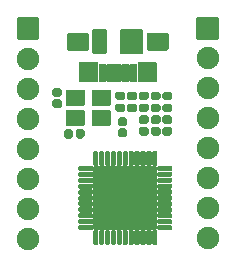
<source format=gts>
G04 #@! TF.GenerationSoftware,KiCad,Pcbnew,(5.1.12)-1*
G04 #@! TF.CreationDate,2022-08-19T23:51:52+09:00*
G04 #@! TF.ProjectId,main,6d61696e-2e6b-4696-9361-645f70636258,rev?*
G04 #@! TF.SameCoordinates,PX7e5ca20PY5e39180*
G04 #@! TF.FileFunction,Soldermask,Top*
G04 #@! TF.FilePolarity,Negative*
%FSLAX46Y46*%
G04 Gerber Fmt 4.6, Leading zero omitted, Abs format (unit mm)*
G04 Created by KiCad (PCBNEW (5.1.12)-1) date 2022-08-19 23:51:52*
%MOMM*%
%LPD*%
G01*
G04 APERTURE LIST*
%ADD10O,1.900000X1.900000*%
G04 APERTURE END LIST*
G04 #@! TO.C,C2*
G36*
G01*
X3080000Y-7390000D02*
X2640000Y-7390000D01*
G75*
G02*
X2450000Y-7200000I0J190000D01*
G01*
X2450000Y-6820000D01*
G75*
G02*
X2640000Y-6630000I190000J0D01*
G01*
X3080000Y-6630000D01*
G75*
G02*
X3270000Y-6820000I0J-190000D01*
G01*
X3270000Y-7200000D01*
G75*
G02*
X3080000Y-7390000I-190000J0D01*
G01*
G37*
G36*
G01*
X3080000Y-8350000D02*
X2640000Y-8350000D01*
G75*
G02*
X2450000Y-8160000I0J190000D01*
G01*
X2450000Y-7780000D01*
G75*
G02*
X2640000Y-7590000I190000J0D01*
G01*
X3080000Y-7590000D01*
G75*
G02*
X3270000Y-7780000I0J-190000D01*
G01*
X3270000Y-8160000D01*
G75*
G02*
X3080000Y-8350000I-190000J0D01*
G01*
G37*
G04 #@! TD*
G04 #@! TO.C,U1*
G36*
G01*
X6030000Y-13240000D02*
X11230000Y-13240000D01*
G75*
G02*
X11330000Y-13340000I0J-100000D01*
G01*
X11330000Y-18540000D01*
G75*
G02*
X11230000Y-18640000I-100000J0D01*
G01*
X6030000Y-18640000D01*
G75*
G02*
X5930000Y-18540000I0J100000D01*
G01*
X5930000Y-13340000D01*
G75*
G02*
X6030000Y-13240000I100000J0D01*
G01*
G37*
G36*
G01*
X11442500Y-13215000D02*
X12492500Y-13215000D01*
G75*
G02*
X12605000Y-13327500I0J-112500D01*
G01*
X12605000Y-13552500D01*
G75*
G02*
X12492500Y-13665000I-112500J0D01*
G01*
X11442500Y-13665000D01*
G75*
G02*
X11330000Y-13552500I0J112500D01*
G01*
X11330000Y-13327500D01*
G75*
G02*
X11442500Y-13215000I112500J0D01*
G01*
G37*
G36*
G01*
X11442500Y-13715000D02*
X12492500Y-13715000D01*
G75*
G02*
X12605000Y-13827500I0J-112500D01*
G01*
X12605000Y-14052500D01*
G75*
G02*
X12492500Y-14165000I-112500J0D01*
G01*
X11442500Y-14165000D01*
G75*
G02*
X11330000Y-14052500I0J112500D01*
G01*
X11330000Y-13827500D01*
G75*
G02*
X11442500Y-13715000I112500J0D01*
G01*
G37*
G36*
G01*
X11442500Y-14215000D02*
X12492500Y-14215000D01*
G75*
G02*
X12605000Y-14327500I0J-112500D01*
G01*
X12605000Y-14552500D01*
G75*
G02*
X12492500Y-14665000I-112500J0D01*
G01*
X11442500Y-14665000D01*
G75*
G02*
X11330000Y-14552500I0J112500D01*
G01*
X11330000Y-14327500D01*
G75*
G02*
X11442500Y-14215000I112500J0D01*
G01*
G37*
G36*
G01*
X11442500Y-14715000D02*
X12492500Y-14715000D01*
G75*
G02*
X12605000Y-14827500I0J-112500D01*
G01*
X12605000Y-15052500D01*
G75*
G02*
X12492500Y-15165000I-112500J0D01*
G01*
X11442500Y-15165000D01*
G75*
G02*
X11330000Y-15052500I0J112500D01*
G01*
X11330000Y-14827500D01*
G75*
G02*
X11442500Y-14715000I112500J0D01*
G01*
G37*
G36*
G01*
X11442500Y-15215000D02*
X12492500Y-15215000D01*
G75*
G02*
X12605000Y-15327500I0J-112500D01*
G01*
X12605000Y-15552500D01*
G75*
G02*
X12492500Y-15665000I-112500J0D01*
G01*
X11442500Y-15665000D01*
G75*
G02*
X11330000Y-15552500I0J112500D01*
G01*
X11330000Y-15327500D01*
G75*
G02*
X11442500Y-15215000I112500J0D01*
G01*
G37*
G36*
G01*
X11442500Y-15715000D02*
X12492500Y-15715000D01*
G75*
G02*
X12605000Y-15827500I0J-112500D01*
G01*
X12605000Y-16052500D01*
G75*
G02*
X12492500Y-16165000I-112500J0D01*
G01*
X11442500Y-16165000D01*
G75*
G02*
X11330000Y-16052500I0J112500D01*
G01*
X11330000Y-15827500D01*
G75*
G02*
X11442500Y-15715000I112500J0D01*
G01*
G37*
G36*
G01*
X11442500Y-16215000D02*
X12492500Y-16215000D01*
G75*
G02*
X12605000Y-16327500I0J-112500D01*
G01*
X12605000Y-16552500D01*
G75*
G02*
X12492500Y-16665000I-112500J0D01*
G01*
X11442500Y-16665000D01*
G75*
G02*
X11330000Y-16552500I0J112500D01*
G01*
X11330000Y-16327500D01*
G75*
G02*
X11442500Y-16215000I112500J0D01*
G01*
G37*
G36*
G01*
X11442500Y-16715000D02*
X12492500Y-16715000D01*
G75*
G02*
X12605000Y-16827500I0J-112500D01*
G01*
X12605000Y-17052500D01*
G75*
G02*
X12492500Y-17165000I-112500J0D01*
G01*
X11442500Y-17165000D01*
G75*
G02*
X11330000Y-17052500I0J112500D01*
G01*
X11330000Y-16827500D01*
G75*
G02*
X11442500Y-16715000I112500J0D01*
G01*
G37*
G36*
G01*
X11442500Y-17215000D02*
X12492500Y-17215000D01*
G75*
G02*
X12605000Y-17327500I0J-112500D01*
G01*
X12605000Y-17552500D01*
G75*
G02*
X12492500Y-17665000I-112500J0D01*
G01*
X11442500Y-17665000D01*
G75*
G02*
X11330000Y-17552500I0J112500D01*
G01*
X11330000Y-17327500D01*
G75*
G02*
X11442500Y-17215000I112500J0D01*
G01*
G37*
G36*
G01*
X11442500Y-17715000D02*
X12492500Y-17715000D01*
G75*
G02*
X12605000Y-17827500I0J-112500D01*
G01*
X12605000Y-18052500D01*
G75*
G02*
X12492500Y-18165000I-112500J0D01*
G01*
X11442500Y-18165000D01*
G75*
G02*
X11330000Y-18052500I0J112500D01*
G01*
X11330000Y-17827500D01*
G75*
G02*
X11442500Y-17715000I112500J0D01*
G01*
G37*
G36*
G01*
X11442500Y-18215000D02*
X12492500Y-18215000D01*
G75*
G02*
X12605000Y-18327500I0J-112500D01*
G01*
X12605000Y-18552500D01*
G75*
G02*
X12492500Y-18665000I-112500J0D01*
G01*
X11442500Y-18665000D01*
G75*
G02*
X11330000Y-18552500I0J112500D01*
G01*
X11330000Y-18327500D01*
G75*
G02*
X11442500Y-18215000I112500J0D01*
G01*
G37*
G36*
G01*
X11017500Y-18640000D02*
X11242500Y-18640000D01*
G75*
G02*
X11355000Y-18752500I0J-112500D01*
G01*
X11355000Y-19802500D01*
G75*
G02*
X11242500Y-19915000I-112500J0D01*
G01*
X11017500Y-19915000D01*
G75*
G02*
X10905000Y-19802500I0J112500D01*
G01*
X10905000Y-18752500D01*
G75*
G02*
X11017500Y-18640000I112500J0D01*
G01*
G37*
G36*
G01*
X10517500Y-18640000D02*
X10742500Y-18640000D01*
G75*
G02*
X10855000Y-18752500I0J-112500D01*
G01*
X10855000Y-19802500D01*
G75*
G02*
X10742500Y-19915000I-112500J0D01*
G01*
X10517500Y-19915000D01*
G75*
G02*
X10405000Y-19802500I0J112500D01*
G01*
X10405000Y-18752500D01*
G75*
G02*
X10517500Y-18640000I112500J0D01*
G01*
G37*
G36*
G01*
X10017500Y-18640000D02*
X10242500Y-18640000D01*
G75*
G02*
X10355000Y-18752500I0J-112500D01*
G01*
X10355000Y-19802500D01*
G75*
G02*
X10242500Y-19915000I-112500J0D01*
G01*
X10017500Y-19915000D01*
G75*
G02*
X9905000Y-19802500I0J112500D01*
G01*
X9905000Y-18752500D01*
G75*
G02*
X10017500Y-18640000I112500J0D01*
G01*
G37*
G36*
G01*
X9517500Y-18640000D02*
X9742500Y-18640000D01*
G75*
G02*
X9855000Y-18752500I0J-112500D01*
G01*
X9855000Y-19802500D01*
G75*
G02*
X9742500Y-19915000I-112500J0D01*
G01*
X9517500Y-19915000D01*
G75*
G02*
X9405000Y-19802500I0J112500D01*
G01*
X9405000Y-18752500D01*
G75*
G02*
X9517500Y-18640000I112500J0D01*
G01*
G37*
G36*
G01*
X9017500Y-18640000D02*
X9242500Y-18640000D01*
G75*
G02*
X9355000Y-18752500I0J-112500D01*
G01*
X9355000Y-19802500D01*
G75*
G02*
X9242500Y-19915000I-112500J0D01*
G01*
X9017500Y-19915000D01*
G75*
G02*
X8905000Y-19802500I0J112500D01*
G01*
X8905000Y-18752500D01*
G75*
G02*
X9017500Y-18640000I112500J0D01*
G01*
G37*
G36*
G01*
X8517500Y-18640000D02*
X8742500Y-18640000D01*
G75*
G02*
X8855000Y-18752500I0J-112500D01*
G01*
X8855000Y-19802500D01*
G75*
G02*
X8742500Y-19915000I-112500J0D01*
G01*
X8517500Y-19915000D01*
G75*
G02*
X8405000Y-19802500I0J112500D01*
G01*
X8405000Y-18752500D01*
G75*
G02*
X8517500Y-18640000I112500J0D01*
G01*
G37*
G36*
G01*
X8017500Y-18640000D02*
X8242500Y-18640000D01*
G75*
G02*
X8355000Y-18752500I0J-112500D01*
G01*
X8355000Y-19802500D01*
G75*
G02*
X8242500Y-19915000I-112500J0D01*
G01*
X8017500Y-19915000D01*
G75*
G02*
X7905000Y-19802500I0J112500D01*
G01*
X7905000Y-18752500D01*
G75*
G02*
X8017500Y-18640000I112500J0D01*
G01*
G37*
G36*
G01*
X7517500Y-18640000D02*
X7742500Y-18640000D01*
G75*
G02*
X7855000Y-18752500I0J-112500D01*
G01*
X7855000Y-19802500D01*
G75*
G02*
X7742500Y-19915000I-112500J0D01*
G01*
X7517500Y-19915000D01*
G75*
G02*
X7405000Y-19802500I0J112500D01*
G01*
X7405000Y-18752500D01*
G75*
G02*
X7517500Y-18640000I112500J0D01*
G01*
G37*
G36*
G01*
X7017500Y-18640000D02*
X7242500Y-18640000D01*
G75*
G02*
X7355000Y-18752500I0J-112500D01*
G01*
X7355000Y-19802500D01*
G75*
G02*
X7242500Y-19915000I-112500J0D01*
G01*
X7017500Y-19915000D01*
G75*
G02*
X6905000Y-19802500I0J112500D01*
G01*
X6905000Y-18752500D01*
G75*
G02*
X7017500Y-18640000I112500J0D01*
G01*
G37*
G36*
G01*
X6517500Y-18640000D02*
X6742500Y-18640000D01*
G75*
G02*
X6855000Y-18752500I0J-112500D01*
G01*
X6855000Y-19802500D01*
G75*
G02*
X6742500Y-19915000I-112500J0D01*
G01*
X6517500Y-19915000D01*
G75*
G02*
X6405000Y-19802500I0J112500D01*
G01*
X6405000Y-18752500D01*
G75*
G02*
X6517500Y-18640000I112500J0D01*
G01*
G37*
G36*
G01*
X6017500Y-18640000D02*
X6242500Y-18640000D01*
G75*
G02*
X6355000Y-18752500I0J-112500D01*
G01*
X6355000Y-19802500D01*
G75*
G02*
X6242500Y-19915000I-112500J0D01*
G01*
X6017500Y-19915000D01*
G75*
G02*
X5905000Y-19802500I0J112500D01*
G01*
X5905000Y-18752500D01*
G75*
G02*
X6017500Y-18640000I112500J0D01*
G01*
G37*
G36*
G01*
X4767500Y-18215000D02*
X5817500Y-18215000D01*
G75*
G02*
X5930000Y-18327500I0J-112500D01*
G01*
X5930000Y-18552500D01*
G75*
G02*
X5817500Y-18665000I-112500J0D01*
G01*
X4767500Y-18665000D01*
G75*
G02*
X4655000Y-18552500I0J112500D01*
G01*
X4655000Y-18327500D01*
G75*
G02*
X4767500Y-18215000I112500J0D01*
G01*
G37*
G36*
G01*
X4767500Y-17715000D02*
X5817500Y-17715000D01*
G75*
G02*
X5930000Y-17827500I0J-112500D01*
G01*
X5930000Y-18052500D01*
G75*
G02*
X5817500Y-18165000I-112500J0D01*
G01*
X4767500Y-18165000D01*
G75*
G02*
X4655000Y-18052500I0J112500D01*
G01*
X4655000Y-17827500D01*
G75*
G02*
X4767500Y-17715000I112500J0D01*
G01*
G37*
G36*
G01*
X4767500Y-17215000D02*
X5817500Y-17215000D01*
G75*
G02*
X5930000Y-17327500I0J-112500D01*
G01*
X5930000Y-17552500D01*
G75*
G02*
X5817500Y-17665000I-112500J0D01*
G01*
X4767500Y-17665000D01*
G75*
G02*
X4655000Y-17552500I0J112500D01*
G01*
X4655000Y-17327500D01*
G75*
G02*
X4767500Y-17215000I112500J0D01*
G01*
G37*
G36*
G01*
X4767500Y-16715000D02*
X5817500Y-16715000D01*
G75*
G02*
X5930000Y-16827500I0J-112500D01*
G01*
X5930000Y-17052500D01*
G75*
G02*
X5817500Y-17165000I-112500J0D01*
G01*
X4767500Y-17165000D01*
G75*
G02*
X4655000Y-17052500I0J112500D01*
G01*
X4655000Y-16827500D01*
G75*
G02*
X4767500Y-16715000I112500J0D01*
G01*
G37*
G36*
G01*
X4767500Y-16215000D02*
X5817500Y-16215000D01*
G75*
G02*
X5930000Y-16327500I0J-112500D01*
G01*
X5930000Y-16552500D01*
G75*
G02*
X5817500Y-16665000I-112500J0D01*
G01*
X4767500Y-16665000D01*
G75*
G02*
X4655000Y-16552500I0J112500D01*
G01*
X4655000Y-16327500D01*
G75*
G02*
X4767500Y-16215000I112500J0D01*
G01*
G37*
G36*
G01*
X4767500Y-15715000D02*
X5817500Y-15715000D01*
G75*
G02*
X5930000Y-15827500I0J-112500D01*
G01*
X5930000Y-16052500D01*
G75*
G02*
X5817500Y-16165000I-112500J0D01*
G01*
X4767500Y-16165000D01*
G75*
G02*
X4655000Y-16052500I0J112500D01*
G01*
X4655000Y-15827500D01*
G75*
G02*
X4767500Y-15715000I112500J0D01*
G01*
G37*
G36*
G01*
X4767500Y-15215000D02*
X5817500Y-15215000D01*
G75*
G02*
X5930000Y-15327500I0J-112500D01*
G01*
X5930000Y-15552500D01*
G75*
G02*
X5817500Y-15665000I-112500J0D01*
G01*
X4767500Y-15665000D01*
G75*
G02*
X4655000Y-15552500I0J112500D01*
G01*
X4655000Y-15327500D01*
G75*
G02*
X4767500Y-15215000I112500J0D01*
G01*
G37*
G36*
G01*
X4767500Y-14715000D02*
X5817500Y-14715000D01*
G75*
G02*
X5930000Y-14827500I0J-112500D01*
G01*
X5930000Y-15052500D01*
G75*
G02*
X5817500Y-15165000I-112500J0D01*
G01*
X4767500Y-15165000D01*
G75*
G02*
X4655000Y-15052500I0J112500D01*
G01*
X4655000Y-14827500D01*
G75*
G02*
X4767500Y-14715000I112500J0D01*
G01*
G37*
G36*
G01*
X4767500Y-14215000D02*
X5817500Y-14215000D01*
G75*
G02*
X5930000Y-14327500I0J-112500D01*
G01*
X5930000Y-14552500D01*
G75*
G02*
X5817500Y-14665000I-112500J0D01*
G01*
X4767500Y-14665000D01*
G75*
G02*
X4655000Y-14552500I0J112500D01*
G01*
X4655000Y-14327500D01*
G75*
G02*
X4767500Y-14215000I112500J0D01*
G01*
G37*
G36*
G01*
X4767500Y-13715000D02*
X5817500Y-13715000D01*
G75*
G02*
X5930000Y-13827500I0J-112500D01*
G01*
X5930000Y-14052500D01*
G75*
G02*
X5817500Y-14165000I-112500J0D01*
G01*
X4767500Y-14165000D01*
G75*
G02*
X4655000Y-14052500I0J112500D01*
G01*
X4655000Y-13827500D01*
G75*
G02*
X4767500Y-13715000I112500J0D01*
G01*
G37*
G36*
G01*
X4767500Y-13215000D02*
X5817500Y-13215000D01*
G75*
G02*
X5930000Y-13327500I0J-112500D01*
G01*
X5930000Y-13552500D01*
G75*
G02*
X5817500Y-13665000I-112500J0D01*
G01*
X4767500Y-13665000D01*
G75*
G02*
X4655000Y-13552500I0J112500D01*
G01*
X4655000Y-13327500D01*
G75*
G02*
X4767500Y-13215000I112500J0D01*
G01*
G37*
G36*
G01*
X6017500Y-11965000D02*
X6242500Y-11965000D01*
G75*
G02*
X6355000Y-12077500I0J-112500D01*
G01*
X6355000Y-13127500D01*
G75*
G02*
X6242500Y-13240000I-112500J0D01*
G01*
X6017500Y-13240000D01*
G75*
G02*
X5905000Y-13127500I0J112500D01*
G01*
X5905000Y-12077500D01*
G75*
G02*
X6017500Y-11965000I112500J0D01*
G01*
G37*
G36*
G01*
X6517500Y-11965000D02*
X6742500Y-11965000D01*
G75*
G02*
X6855000Y-12077500I0J-112500D01*
G01*
X6855000Y-13127500D01*
G75*
G02*
X6742500Y-13240000I-112500J0D01*
G01*
X6517500Y-13240000D01*
G75*
G02*
X6405000Y-13127500I0J112500D01*
G01*
X6405000Y-12077500D01*
G75*
G02*
X6517500Y-11965000I112500J0D01*
G01*
G37*
G36*
G01*
X7017500Y-11965000D02*
X7242500Y-11965000D01*
G75*
G02*
X7355000Y-12077500I0J-112500D01*
G01*
X7355000Y-13127500D01*
G75*
G02*
X7242500Y-13240000I-112500J0D01*
G01*
X7017500Y-13240000D01*
G75*
G02*
X6905000Y-13127500I0J112500D01*
G01*
X6905000Y-12077500D01*
G75*
G02*
X7017500Y-11965000I112500J0D01*
G01*
G37*
G36*
G01*
X7517500Y-11965000D02*
X7742500Y-11965000D01*
G75*
G02*
X7855000Y-12077500I0J-112500D01*
G01*
X7855000Y-13127500D01*
G75*
G02*
X7742500Y-13240000I-112500J0D01*
G01*
X7517500Y-13240000D01*
G75*
G02*
X7405000Y-13127500I0J112500D01*
G01*
X7405000Y-12077500D01*
G75*
G02*
X7517500Y-11965000I112500J0D01*
G01*
G37*
G36*
G01*
X8017500Y-11965000D02*
X8242500Y-11965000D01*
G75*
G02*
X8355000Y-12077500I0J-112500D01*
G01*
X8355000Y-13127500D01*
G75*
G02*
X8242500Y-13240000I-112500J0D01*
G01*
X8017500Y-13240000D01*
G75*
G02*
X7905000Y-13127500I0J112500D01*
G01*
X7905000Y-12077500D01*
G75*
G02*
X8017500Y-11965000I112500J0D01*
G01*
G37*
G36*
G01*
X8517500Y-11965000D02*
X8742500Y-11965000D01*
G75*
G02*
X8855000Y-12077500I0J-112500D01*
G01*
X8855000Y-13127500D01*
G75*
G02*
X8742500Y-13240000I-112500J0D01*
G01*
X8517500Y-13240000D01*
G75*
G02*
X8405000Y-13127500I0J112500D01*
G01*
X8405000Y-12077500D01*
G75*
G02*
X8517500Y-11965000I112500J0D01*
G01*
G37*
G36*
G01*
X9017500Y-11965000D02*
X9242500Y-11965000D01*
G75*
G02*
X9355000Y-12077500I0J-112500D01*
G01*
X9355000Y-13127500D01*
G75*
G02*
X9242500Y-13240000I-112500J0D01*
G01*
X9017500Y-13240000D01*
G75*
G02*
X8905000Y-13127500I0J112500D01*
G01*
X8905000Y-12077500D01*
G75*
G02*
X9017500Y-11965000I112500J0D01*
G01*
G37*
G36*
G01*
X9517500Y-11965000D02*
X9742500Y-11965000D01*
G75*
G02*
X9855000Y-12077500I0J-112500D01*
G01*
X9855000Y-13127500D01*
G75*
G02*
X9742500Y-13240000I-112500J0D01*
G01*
X9517500Y-13240000D01*
G75*
G02*
X9405000Y-13127500I0J112500D01*
G01*
X9405000Y-12077500D01*
G75*
G02*
X9517500Y-11965000I112500J0D01*
G01*
G37*
G36*
G01*
X10017500Y-11965000D02*
X10242500Y-11965000D01*
G75*
G02*
X10355000Y-12077500I0J-112500D01*
G01*
X10355000Y-13127500D01*
G75*
G02*
X10242500Y-13240000I-112500J0D01*
G01*
X10017500Y-13240000D01*
G75*
G02*
X9905000Y-13127500I0J112500D01*
G01*
X9905000Y-12077500D01*
G75*
G02*
X10017500Y-11965000I112500J0D01*
G01*
G37*
G36*
G01*
X10517500Y-11965000D02*
X10742500Y-11965000D01*
G75*
G02*
X10855000Y-12077500I0J-112500D01*
G01*
X10855000Y-13127500D01*
G75*
G02*
X10742500Y-13240000I-112500J0D01*
G01*
X10517500Y-13240000D01*
G75*
G02*
X10405000Y-13127500I0J112500D01*
G01*
X10405000Y-12077500D01*
G75*
G02*
X10517500Y-11965000I112500J0D01*
G01*
G37*
G36*
G01*
X11017500Y-11965000D02*
X11242500Y-11965000D01*
G75*
G02*
X11355000Y-12077500I0J-112500D01*
G01*
X11355000Y-13127500D01*
G75*
G02*
X11242500Y-13240000I-112500J0D01*
G01*
X11017500Y-13240000D01*
G75*
G02*
X10905000Y-13127500I0J112500D01*
G01*
X10905000Y-12077500D01*
G75*
G02*
X11017500Y-11965000I112500J0D01*
G01*
G37*
G04 #@! TD*
G04 #@! TO.C,R21*
G36*
G01*
X9435000Y-7660000D02*
X8965000Y-7660000D01*
G75*
G02*
X8780000Y-7475000I0J185000D01*
G01*
X8780000Y-7105000D01*
G75*
G02*
X8965000Y-6920000I185000J0D01*
G01*
X9435000Y-6920000D01*
G75*
G02*
X9620000Y-7105000I0J-185000D01*
G01*
X9620000Y-7475000D01*
G75*
G02*
X9435000Y-7660000I-185000J0D01*
G01*
G37*
G36*
G01*
X9435000Y-8680000D02*
X8965000Y-8680000D01*
G75*
G02*
X8780000Y-8495000I0J185000D01*
G01*
X8780000Y-8125000D01*
G75*
G02*
X8965000Y-7940000I185000J0D01*
G01*
X9435000Y-7940000D01*
G75*
G02*
X9620000Y-8125000I0J-185000D01*
G01*
X9620000Y-8495000D01*
G75*
G02*
X9435000Y-8680000I-185000J0D01*
G01*
G37*
G04 #@! TD*
G04 #@! TO.C,R20*
G36*
G01*
X8435000Y-7660000D02*
X7965000Y-7660000D01*
G75*
G02*
X7780000Y-7475000I0J185000D01*
G01*
X7780000Y-7105000D01*
G75*
G02*
X7965000Y-6920000I185000J0D01*
G01*
X8435000Y-6920000D01*
G75*
G02*
X8620000Y-7105000I0J-185000D01*
G01*
X8620000Y-7475000D01*
G75*
G02*
X8435000Y-7660000I-185000J0D01*
G01*
G37*
G36*
G01*
X8435000Y-8680000D02*
X7965000Y-8680000D01*
G75*
G02*
X7780000Y-8495000I0J185000D01*
G01*
X7780000Y-8125000D01*
G75*
G02*
X7965000Y-7940000I185000J0D01*
G01*
X8435000Y-7940000D01*
G75*
G02*
X8620000Y-8125000I0J-185000D01*
G01*
X8620000Y-8495000D01*
G75*
G02*
X8435000Y-8680000I-185000J0D01*
G01*
G37*
G04 #@! TD*
G04 #@! TO.C,R13*
G36*
G01*
X11435000Y-7660000D02*
X10965000Y-7660000D01*
G75*
G02*
X10780000Y-7475000I0J185000D01*
G01*
X10780000Y-7105000D01*
G75*
G02*
X10965000Y-6920000I185000J0D01*
G01*
X11435000Y-6920000D01*
G75*
G02*
X11620000Y-7105000I0J-185000D01*
G01*
X11620000Y-7475000D01*
G75*
G02*
X11435000Y-7660000I-185000J0D01*
G01*
G37*
G36*
G01*
X11435000Y-8680000D02*
X10965000Y-8680000D01*
G75*
G02*
X10780000Y-8495000I0J185000D01*
G01*
X10780000Y-8125000D01*
G75*
G02*
X10965000Y-7940000I185000J0D01*
G01*
X11435000Y-7940000D01*
G75*
G02*
X11620000Y-8125000I0J-185000D01*
G01*
X11620000Y-8495000D01*
G75*
G02*
X11435000Y-8680000I-185000J0D01*
G01*
G37*
G04 #@! TD*
G04 #@! TO.C,R12*
G36*
G01*
X12435000Y-7660000D02*
X11965000Y-7660000D01*
G75*
G02*
X11780000Y-7475000I0J185000D01*
G01*
X11780000Y-7105000D01*
G75*
G02*
X11965000Y-6920000I185000J0D01*
G01*
X12435000Y-6920000D01*
G75*
G02*
X12620000Y-7105000I0J-185000D01*
G01*
X12620000Y-7475000D01*
G75*
G02*
X12435000Y-7660000I-185000J0D01*
G01*
G37*
G36*
G01*
X12435000Y-8680000D02*
X11965000Y-8680000D01*
G75*
G02*
X11780000Y-8495000I0J185000D01*
G01*
X11780000Y-8125000D01*
G75*
G02*
X11965000Y-7940000I185000J0D01*
G01*
X12435000Y-7940000D01*
G75*
G02*
X12620000Y-8125000I0J-185000D01*
G01*
X12620000Y-8495000D01*
G75*
G02*
X12435000Y-8680000I-185000J0D01*
G01*
G37*
G04 #@! TD*
G04 #@! TO.C,R11*
G36*
G01*
X10435000Y-7660000D02*
X9965000Y-7660000D01*
G75*
G02*
X9780000Y-7475000I0J185000D01*
G01*
X9780000Y-7105000D01*
G75*
G02*
X9965000Y-6920000I185000J0D01*
G01*
X10435000Y-6920000D01*
G75*
G02*
X10620000Y-7105000I0J-185000D01*
G01*
X10620000Y-7475000D01*
G75*
G02*
X10435000Y-7660000I-185000J0D01*
G01*
G37*
G36*
G01*
X10435000Y-8680000D02*
X9965000Y-8680000D01*
G75*
G02*
X9780000Y-8495000I0J185000D01*
G01*
X9780000Y-8125000D01*
G75*
G02*
X9965000Y-7940000I185000J0D01*
G01*
X10435000Y-7940000D01*
G75*
G02*
X10620000Y-8125000I0J-185000D01*
G01*
X10620000Y-8495000D01*
G75*
G02*
X10435000Y-8680000I-185000J0D01*
G01*
G37*
G04 #@! TD*
D10*
G04 #@! TO.C,J3*
X15600000Y-19360000D03*
X15600000Y-16820000D03*
X15600000Y-14280000D03*
X15600000Y-11740000D03*
X15600000Y-9200000D03*
X15600000Y-6660000D03*
X15600000Y-4120000D03*
G36*
G01*
X16550000Y-730000D02*
X16550000Y-2430000D01*
G75*
G02*
X16450000Y-2530000I-100000J0D01*
G01*
X14750000Y-2530000D01*
G75*
G02*
X14650000Y-2430000I0J100000D01*
G01*
X14650000Y-730000D01*
G75*
G02*
X14750000Y-630000I100000J0D01*
G01*
X16450000Y-630000D01*
G75*
G02*
X16550000Y-730000I0J-100000D01*
G01*
G37*
G04 #@! TD*
G04 #@! TO.C,J1*
X400000Y-19380000D03*
X400000Y-16840000D03*
X400000Y-14300000D03*
X400000Y-11760000D03*
X400000Y-9220000D03*
X400000Y-6680000D03*
X400000Y-4140000D03*
G36*
G01*
X1350000Y-750000D02*
X1350000Y-2450000D01*
G75*
G02*
X1250000Y-2550000I-100000J0D01*
G01*
X-450000Y-2550000D01*
G75*
G02*
X-550000Y-2450000I0J100000D01*
G01*
X-550000Y-750000D01*
G75*
G02*
X-450000Y-650000I100000J0D01*
G01*
X1250000Y-650000D01*
G75*
G02*
X1350000Y-750000I0J-100000D01*
G01*
G37*
G04 #@! TD*
G04 #@! TO.C,D5*
G36*
G01*
X11422500Y-9710000D02*
X10977500Y-9710000D01*
G75*
G02*
X10780000Y-9512500I0J197500D01*
G01*
X10780000Y-9117500D01*
G75*
G02*
X10977500Y-8920000I197500J0D01*
G01*
X11422500Y-8920000D01*
G75*
G02*
X11620000Y-9117500I0J-197500D01*
G01*
X11620000Y-9512500D01*
G75*
G02*
X11422500Y-9710000I-197500J0D01*
G01*
G37*
G36*
G01*
X11422500Y-10680000D02*
X10977500Y-10680000D01*
G75*
G02*
X10780000Y-10482500I0J197500D01*
G01*
X10780000Y-10087500D01*
G75*
G02*
X10977500Y-9890000I197500J0D01*
G01*
X11422500Y-9890000D01*
G75*
G02*
X11620000Y-10087500I0J-197500D01*
G01*
X11620000Y-10482500D01*
G75*
G02*
X11422500Y-10680000I-197500J0D01*
G01*
G37*
G04 #@! TD*
G04 #@! TO.C,D4*
G36*
G01*
X12422500Y-9710000D02*
X11977500Y-9710000D01*
G75*
G02*
X11780000Y-9512500I0J197500D01*
G01*
X11780000Y-9117500D01*
G75*
G02*
X11977500Y-8920000I197500J0D01*
G01*
X12422500Y-8920000D01*
G75*
G02*
X12620000Y-9117500I0J-197500D01*
G01*
X12620000Y-9512500D01*
G75*
G02*
X12422500Y-9710000I-197500J0D01*
G01*
G37*
G36*
G01*
X12422500Y-10680000D02*
X11977500Y-10680000D01*
G75*
G02*
X11780000Y-10482500I0J197500D01*
G01*
X11780000Y-10087500D01*
G75*
G02*
X11977500Y-9890000I197500J0D01*
G01*
X12422500Y-9890000D01*
G75*
G02*
X12620000Y-10087500I0J-197500D01*
G01*
X12620000Y-10482500D01*
G75*
G02*
X12422500Y-10680000I-197500J0D01*
G01*
G37*
G04 #@! TD*
G04 #@! TO.C,D3*
G36*
G01*
X10422500Y-9710000D02*
X9977500Y-9710000D01*
G75*
G02*
X9780000Y-9512500I0J197500D01*
G01*
X9780000Y-9117500D01*
G75*
G02*
X9977500Y-8920000I197500J0D01*
G01*
X10422500Y-8920000D01*
G75*
G02*
X10620000Y-9117500I0J-197500D01*
G01*
X10620000Y-9512500D01*
G75*
G02*
X10422500Y-9710000I-197500J0D01*
G01*
G37*
G36*
G01*
X10422500Y-10680000D02*
X9977500Y-10680000D01*
G75*
G02*
X9780000Y-10482500I0J197500D01*
G01*
X9780000Y-10087500D01*
G75*
G02*
X9977500Y-9890000I197500J0D01*
G01*
X10422500Y-9890000D01*
G75*
G02*
X10620000Y-10087500I0J-197500D01*
G01*
X10620000Y-10482500D01*
G75*
G02*
X10422500Y-10680000I-197500J0D01*
G01*
G37*
G04 #@! TD*
G04 #@! TO.C,C4*
G36*
G01*
X8620000Y-9850000D02*
X8180000Y-9850000D01*
G75*
G02*
X7990000Y-9660000I0J190000D01*
G01*
X7990000Y-9280000D01*
G75*
G02*
X8180000Y-9090000I190000J0D01*
G01*
X8620000Y-9090000D01*
G75*
G02*
X8810000Y-9280000I0J-190000D01*
G01*
X8810000Y-9660000D01*
G75*
G02*
X8620000Y-9850000I-190000J0D01*
G01*
G37*
G36*
G01*
X8620000Y-10810000D02*
X8180000Y-10810000D01*
G75*
G02*
X7990000Y-10620000I0J190000D01*
G01*
X7990000Y-10240000D01*
G75*
G02*
X8180000Y-10050000I190000J0D01*
G01*
X8620000Y-10050000D01*
G75*
G02*
X8810000Y-10240000I0J-190000D01*
G01*
X8810000Y-10620000D01*
G75*
G02*
X8620000Y-10810000I-190000J0D01*
G01*
G37*
G04 #@! TD*
G04 #@! TO.C,C1*
G36*
G01*
X4420000Y-10720000D02*
X4420000Y-10280000D01*
G75*
G02*
X4610000Y-10090000I190000J0D01*
G01*
X4990000Y-10090000D01*
G75*
G02*
X5180000Y-10280000I0J-190000D01*
G01*
X5180000Y-10720000D01*
G75*
G02*
X4990000Y-10910000I-190000J0D01*
G01*
X4610000Y-10910000D01*
G75*
G02*
X4420000Y-10720000I0J190000D01*
G01*
G37*
G36*
G01*
X3460000Y-10720000D02*
X3460000Y-10280000D01*
G75*
G02*
X3650000Y-10090000I190000J0D01*
G01*
X4030000Y-10090000D01*
G75*
G02*
X4220000Y-10280000I0J-190000D01*
G01*
X4220000Y-10720000D01*
G75*
G02*
X4030000Y-10910000I-190000J0D01*
G01*
X3650000Y-10910000D01*
G75*
G02*
X3460000Y-10720000I0J190000D01*
G01*
G37*
G04 #@! TD*
G04 #@! TO.C,J2*
G36*
G01*
X9625000Y-4670000D02*
X9625000Y-6050000D01*
G75*
G02*
X9525000Y-6150000I-100000J0D01*
G01*
X9075000Y-6150000D01*
G75*
G02*
X8975000Y-6050000I0J100000D01*
G01*
X8975000Y-4670000D01*
G75*
G02*
X9075000Y-4570000I100000J0D01*
G01*
X9525000Y-4570000D01*
G75*
G02*
X9625000Y-4670000I0J-100000D01*
G01*
G37*
G36*
G01*
X8975000Y-4670000D02*
X8975000Y-6050000D01*
G75*
G02*
X8875000Y-6150000I-100000J0D01*
G01*
X8425000Y-6150000D01*
G75*
G02*
X8325000Y-6050000I0J100000D01*
G01*
X8325000Y-4670000D01*
G75*
G02*
X8425000Y-4570000I100000J0D01*
G01*
X8875000Y-4570000D01*
G75*
G02*
X8975000Y-4670000I0J-100000D01*
G01*
G37*
G36*
G01*
X8325000Y-4670000D02*
X8325000Y-6050000D01*
G75*
G02*
X8225000Y-6150000I-100000J0D01*
G01*
X7775000Y-6150000D01*
G75*
G02*
X7675000Y-6050000I0J100000D01*
G01*
X7675000Y-4670000D01*
G75*
G02*
X7775000Y-4570000I100000J0D01*
G01*
X8225000Y-4570000D01*
G75*
G02*
X8325000Y-4670000I0J-100000D01*
G01*
G37*
G36*
G01*
X7675000Y-4670000D02*
X7675000Y-6050000D01*
G75*
G02*
X7575000Y-6150000I-100000J0D01*
G01*
X7125000Y-6150000D01*
G75*
G02*
X7025000Y-6050000I0J100000D01*
G01*
X7025000Y-4670000D01*
G75*
G02*
X7125000Y-4570000I100000J0D01*
G01*
X7575000Y-4570000D01*
G75*
G02*
X7675000Y-4670000I0J-100000D01*
G01*
G37*
G36*
G01*
X7025000Y-4670000D02*
X7025000Y-6050000D01*
G75*
G02*
X6925000Y-6150000I-100000J0D01*
G01*
X6475000Y-6150000D01*
G75*
G02*
X6375000Y-6050000I0J100000D01*
G01*
X6375000Y-4670000D01*
G75*
G02*
X6475000Y-4570000I100000J0D01*
G01*
X6925000Y-4570000D01*
G75*
G02*
X7025000Y-4670000I0J-100000D01*
G01*
G37*
G36*
G01*
X11300000Y-4500000D02*
X11300000Y-6050000D01*
G75*
G02*
X11200000Y-6150000I-100000J0D01*
G01*
X9775000Y-6150000D01*
G75*
G02*
X9675000Y-6050000I0J100000D01*
G01*
X9675000Y-4500000D01*
G75*
G02*
X9775000Y-4400000I100000J0D01*
G01*
X11200000Y-4400000D01*
G75*
G02*
X11300000Y-4500000I0J-100000D01*
G01*
G37*
G36*
G01*
X6325000Y-4500000D02*
X6325000Y-6050000D01*
G75*
G02*
X6225000Y-6150000I-100000J0D01*
G01*
X4800000Y-6150000D01*
G75*
G02*
X4700000Y-6050000I0J100000D01*
G01*
X4700000Y-4500000D01*
G75*
G02*
X4800000Y-4400000I100000J0D01*
G01*
X6225000Y-4400000D01*
G75*
G02*
X6325000Y-4500000I0J-100000D01*
G01*
G37*
G36*
G01*
X12300000Y-2050000D02*
X12300000Y-3350000D01*
G75*
G02*
X12200000Y-3450000I-100000J0D01*
G01*
X10550000Y-3450000D01*
G75*
G02*
X10450000Y-3350000I0J100000D01*
G01*
X10450000Y-2050000D01*
G75*
G02*
X10550000Y-1950000I100000J0D01*
G01*
X12200000Y-1950000D01*
G75*
G02*
X12300000Y-2050000I0J-100000D01*
G01*
G37*
G36*
G01*
X5550000Y-2050000D02*
X5550000Y-3350000D01*
G75*
G02*
X5450000Y-3450000I-100000J0D01*
G01*
X3800000Y-3450000D01*
G75*
G02*
X3700000Y-3350000I0J100000D01*
G01*
X3700000Y-2050000D01*
G75*
G02*
X3800000Y-1950000I100000J0D01*
G01*
X5450000Y-1950000D01*
G75*
G02*
X5550000Y-2050000I0J-100000D01*
G01*
G37*
G36*
G01*
X10150000Y-1750000D02*
X10150000Y-3650000D01*
G75*
G02*
X10050000Y-3750000I-100000J0D01*
G01*
X8250000Y-3750000D01*
G75*
G02*
X8150000Y-3650000I0J100000D01*
G01*
X8150000Y-1750000D01*
G75*
G02*
X8250000Y-1650000I100000J0D01*
G01*
X10050000Y-1650000D01*
G75*
G02*
X10150000Y-1750000I0J-100000D01*
G01*
G37*
G36*
G01*
X7050000Y-1750000D02*
X7050000Y-3650000D01*
G75*
G02*
X6950000Y-3750000I-100000J0D01*
G01*
X5950000Y-3750000D01*
G75*
G02*
X5850000Y-3650000I0J100000D01*
G01*
X5850000Y-1750000D01*
G75*
G02*
X5950000Y-1650000I100000J0D01*
G01*
X6950000Y-1650000D01*
G75*
G02*
X7050000Y-1750000I0J-100000D01*
G01*
G37*
G04 #@! TD*
G04 #@! TO.C,Y1*
G36*
G01*
X3600000Y-8050000D02*
X3600000Y-6850000D01*
G75*
G02*
X3700000Y-6750000I100000J0D01*
G01*
X5100000Y-6750000D01*
G75*
G02*
X5200000Y-6850000I0J-100000D01*
G01*
X5200000Y-8050000D01*
G75*
G02*
X5100000Y-8150000I-100000J0D01*
G01*
X3700000Y-8150000D01*
G75*
G02*
X3600000Y-8050000I0J100000D01*
G01*
G37*
G36*
G01*
X5800000Y-8050000D02*
X5800000Y-6850000D01*
G75*
G02*
X5900000Y-6750000I100000J0D01*
G01*
X7300000Y-6750000D01*
G75*
G02*
X7400000Y-6850000I0J-100000D01*
G01*
X7400000Y-8050000D01*
G75*
G02*
X7300000Y-8150000I-100000J0D01*
G01*
X5900000Y-8150000D01*
G75*
G02*
X5800000Y-8050000I0J100000D01*
G01*
G37*
G36*
G01*
X5800000Y-9750000D02*
X5800000Y-8550000D01*
G75*
G02*
X5900000Y-8450000I100000J0D01*
G01*
X7300000Y-8450000D01*
G75*
G02*
X7400000Y-8550000I0J-100000D01*
G01*
X7400000Y-9750000D01*
G75*
G02*
X7300000Y-9850000I-100000J0D01*
G01*
X5900000Y-9850000D01*
G75*
G02*
X5800000Y-9750000I0J100000D01*
G01*
G37*
G36*
G01*
X3600000Y-9750000D02*
X3600000Y-8550000D01*
G75*
G02*
X3700000Y-8450000I100000J0D01*
G01*
X5100000Y-8450000D01*
G75*
G02*
X5200000Y-8550000I0J-100000D01*
G01*
X5200000Y-9750000D01*
G75*
G02*
X5100000Y-9850000I-100000J0D01*
G01*
X3700000Y-9850000D01*
G75*
G02*
X3600000Y-9750000I0J100000D01*
G01*
G37*
G04 #@! TD*
M02*

</source>
